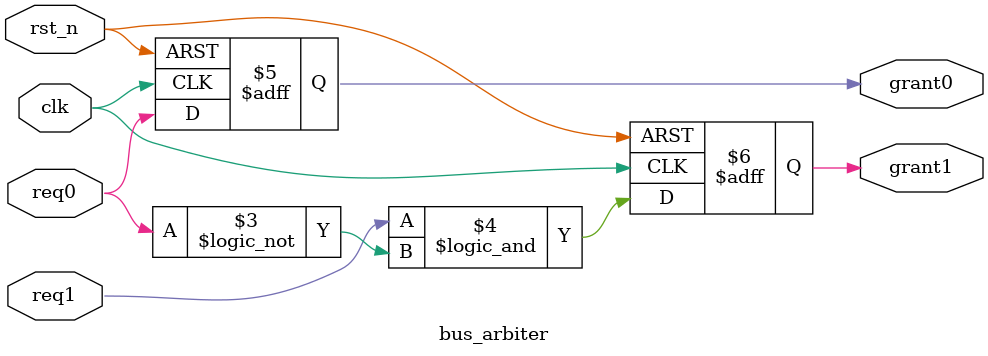
<source format=v>


module bus_arbiter (
    input clk,
    input rst_n,
    input req0, //// From Cache Core 0: High when Core 0 needs the bus 
                             // (e.g., for a Refill or Write-back).
    input req1, //// From Cache Core 1: High when Core 1 needs the bus.
    output reg grant0, // To Cache Core 0: Grants permission to drive 
                             // address/command signals onto the bus.
    output reg grant1 // To Cache Core 1: Grants permission to drive 
                             // address/command signals onto the bus.
);
    always @(posedge clk or negedge rst_n) begin
        if (!rst_n) begin
            grant0 <= 1'b0;
            grant1 <= 1'b0;
        end else begin
            grant0 <= req0;    //first request is given high priority.
            grant1 <= req1 && !req0;
        end
    end
endmodule

</source>
